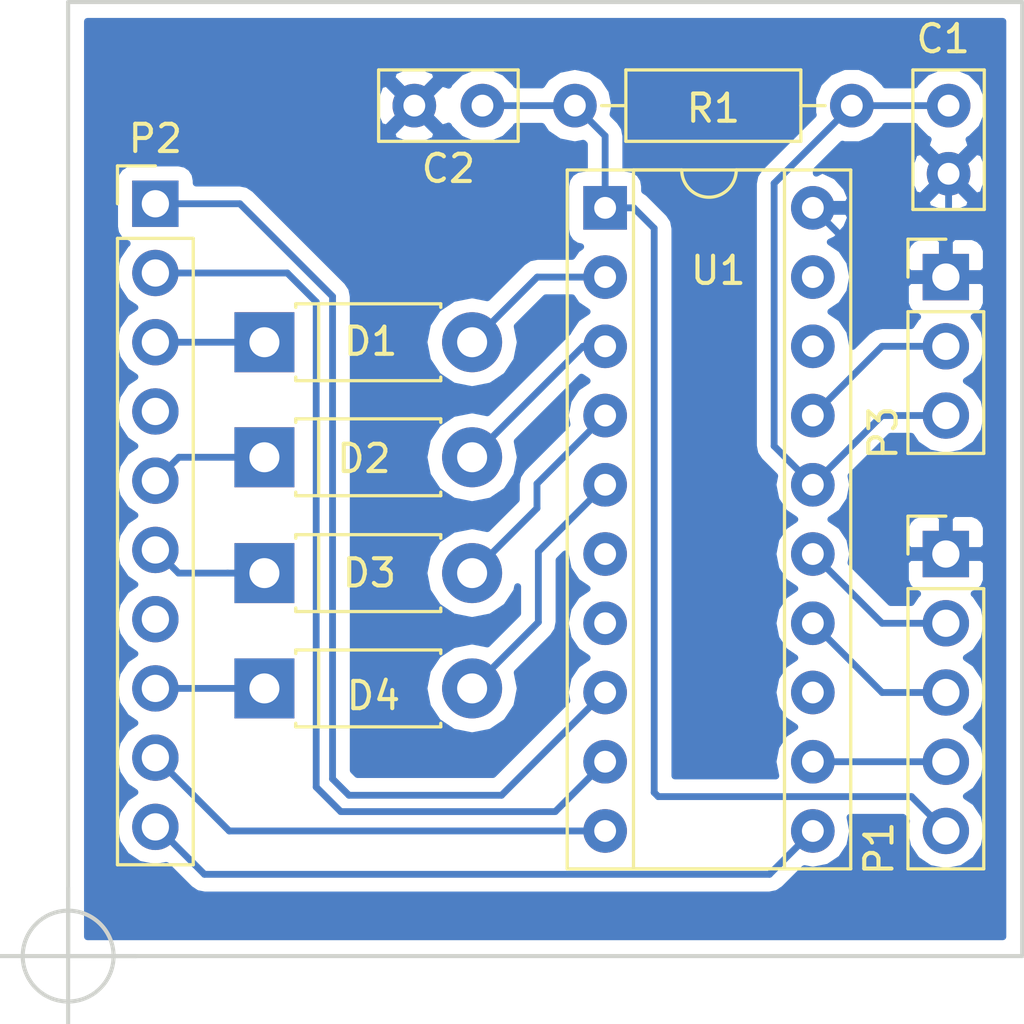
<source format=kicad_pcb>
(kicad_pcb (version 4) (host pcbnew 4.0.2-stable)

  (general
    (links 26)
    (no_connects 0)
    (area -2.5 -35.325001 35.325002 2.5)
    (thickness 1.6)
    (drawings 5)
    (tracks 72)
    (zones 0)
    (modules 11)
    (nets 27)
  )

  (page A4)
  (title_block
    (title "4x4 I2C Keyboard")
    (date 2017-03-09)
    (rev 1)
    (company "Io Engineering")
    (comment 4 "Licensed under CERN OHL v.1.2 or later")
  )

  (layers
    (0 F.Cu signal)
    (31 B.Cu signal)
    (32 B.Adhes user)
    (33 F.Adhes user)
    (34 B.Paste user)
    (35 F.Paste user)
    (36 B.SilkS user)
    (37 F.SilkS user)
    (38 B.Mask user)
    (39 F.Mask user)
    (40 Dwgs.User user)
    (41 Cmts.User user)
    (42 Eco1.User user)
    (43 Eco2.User user)
    (44 Edge.Cuts user)
    (45 Margin user)
    (46 B.CrtYd user)
    (47 F.CrtYd user)
    (48 B.Fab user)
    (49 F.Fab user)
  )

  (setup
    (last_trace_width 0.25)
    (trace_clearance 0.2)
    (zone_clearance 0.508)
    (zone_45_only no)
    (trace_min 0.2)
    (segment_width 0.2)
    (edge_width 0.15)
    (via_size 0.6)
    (via_drill 0.4)
    (via_min_size 0.4)
    (via_min_drill 0.3)
    (uvia_size 0.3)
    (uvia_drill 0.1)
    (uvias_allowed no)
    (uvia_min_size 0.2)
    (uvia_min_drill 0.1)
    (pcb_text_width 0.3)
    (pcb_text_size 1.5 1.5)
    (mod_edge_width 0.15)
    (mod_text_size 1 1)
    (mod_text_width 0.15)
    (pad_size 1.524 1.524)
    (pad_drill 0.762)
    (pad_to_mask_clearance 0.2)
    (aux_axis_origin 0 0)
    (visible_elements 7FFFFFFF)
    (pcbplotparams
      (layerselection 0x01000_00000000)
      (usegerberextensions false)
      (excludeedgelayer false)
      (linewidth 0.100000)
      (plotframeref false)
      (viasonmask false)
      (mode 2)
      (useauxorigin false)
      (hpglpennumber 1)
      (hpglpenspeed 20)
      (hpglpendiameter 15)
      (hpglpenoverlay 2)
      (psnegative false)
      (psa4output false)
      (plotreference true)
      (plotvalue true)
      (plotinvisibletext false)
      (padsonsilk false)
      (subtractmaskfromsilk false)
      (outputformat 0)
      (mirror false)
      (drillshape 0)
      (scaleselection 1)
      (outputdirectory d:/pcb))
  )

  (net 0 "")
  (net 1 "Net-(C1-Pad1)")
  (net 2 GND)
  (net 3 "Net-(D1-Pad1)")
  (net 4 /COL0)
  (net 5 "Net-(D2-Pad1)")
  (net 6 /COL1)
  (net 7 "Net-(D3-Pad1)")
  (net 8 /COL2)
  (net 9 "Net-(D4-Pad1)")
  (net 10 /COL3)
  (net 11 /SCL)
  (net 12 /SDA)
  (net 13 /~INT)
  (net 14 +3V3)
  (net 15 /ROW0)
  (net 16 /ROW1)
  (net 17 "Net-(P2-Pad4)")
  (net 18 "Net-(P2-Pad7)")
  (net 19 /ROW2)
  (net 20 /ROW3)
  (net 21 "Net-(U1-Pad13)")
  (net 22 "Net-(U1-Pad7)")
  (net 23 "Net-(U1-Pad18)")
  (net 24 "Net-(U1-Pad19)")
  (net 25 "Net-(P3-Pad2)")
  (net 26 "Net-(U1-Pad6)")

  (net_class Default "This is the default net class."
    (clearance 0.2)
    (trace_width 0.25)
    (via_dia 0.6)
    (via_drill 0.4)
    (uvia_dia 0.3)
    (uvia_drill 0.1)
    (add_net +3V3)
    (add_net /COL0)
    (add_net /COL1)
    (add_net /COL2)
    (add_net /COL3)
    (add_net /ROW0)
    (add_net /ROW1)
    (add_net /ROW2)
    (add_net /ROW3)
    (add_net /SCL)
    (add_net /SDA)
    (add_net /~INT)
    (add_net GND)
    (add_net "Net-(C1-Pad1)")
    (add_net "Net-(D1-Pad1)")
    (add_net "Net-(D2-Pad1)")
    (add_net "Net-(D3-Pad1)")
    (add_net "Net-(D4-Pad1)")
    (add_net "Net-(P2-Pad4)")
    (add_net "Net-(P2-Pad7)")
    (add_net "Net-(P3-Pad2)")
    (add_net "Net-(U1-Pad13)")
    (add_net "Net-(U1-Pad18)")
    (add_net "Net-(U1-Pad19)")
    (add_net "Net-(U1-Pad6)")
    (add_net "Net-(U1-Pad7)")
  )

  (module Resistors_THT:R_Axial_DIN0207_L6.3mm_D2.5mm_P10.16mm_Horizontal (layer F.Cu) (tedit 5874F706) (tstamp 58BFA0A7)
    (at 28.75 -31.2 180)
    (descr "Resistor, Axial_DIN0207 series, Axial, Horizontal, pin pitch=10.16mm, 0.25W = 1/4W, length*diameter=6.3*2.5mm^2, http://cdn-reichelt.de/documents/datenblatt/B400/1_4W%23YAG.pdf")
    (tags "Resistor Axial_DIN0207 series Axial Horizontal pin pitch 10.16mm 0.25W = 1/4W length 6.3mm diameter 2.5mm")
    (path /58BF3073)
    (fp_text reference R1 (at 5.08 -0.1 180) (layer F.SilkS)
      (effects (font (size 1 1) (thickness 0.15)))
    )
    (fp_text value 47K (at 5.08 2.31 180) (layer F.Fab)
      (effects (font (size 1 1) (thickness 0.15)))
    )
    (fp_line (start 1.93 -1.25) (end 1.93 1.25) (layer F.Fab) (width 0.1))
    (fp_line (start 1.93 1.25) (end 8.23 1.25) (layer F.Fab) (width 0.1))
    (fp_line (start 8.23 1.25) (end 8.23 -1.25) (layer F.Fab) (width 0.1))
    (fp_line (start 8.23 -1.25) (end 1.93 -1.25) (layer F.Fab) (width 0.1))
    (fp_line (start 0 0) (end 1.93 0) (layer F.Fab) (width 0.1))
    (fp_line (start 10.16 0) (end 8.23 0) (layer F.Fab) (width 0.1))
    (fp_line (start 1.87 -1.31) (end 1.87 1.31) (layer F.SilkS) (width 0.12))
    (fp_line (start 1.87 1.31) (end 8.29 1.31) (layer F.SilkS) (width 0.12))
    (fp_line (start 8.29 1.31) (end 8.29 -1.31) (layer F.SilkS) (width 0.12))
    (fp_line (start 8.29 -1.31) (end 1.87 -1.31) (layer F.SilkS) (width 0.12))
    (fp_line (start 0.98 0) (end 1.87 0) (layer F.SilkS) (width 0.12))
    (fp_line (start 9.18 0) (end 8.29 0) (layer F.SilkS) (width 0.12))
    (fp_line (start -1.05 -1.6) (end -1.05 1.6) (layer F.CrtYd) (width 0.05))
    (fp_line (start -1.05 1.6) (end 11.25 1.6) (layer F.CrtYd) (width 0.05))
    (fp_line (start 11.25 1.6) (end 11.25 -1.6) (layer F.CrtYd) (width 0.05))
    (fp_line (start 11.25 -1.6) (end -1.05 -1.6) (layer F.CrtYd) (width 0.05))
    (pad 1 thru_hole circle (at 0 0 180) (size 1.6 1.6) (drill 0.8) (layers *.Cu *.Mask)
      (net 1 "Net-(C1-Pad1)"))
    (pad 2 thru_hole oval (at 10.16 0 180) (size 1.6 1.6) (drill 0.8) (layers *.Cu *.Mask)
      (net 14 +3V3))
    (model Resistors_ThroughHole.3dshapes/R_Axial_DIN0207_L6.3mm_D2.5mm_P10.16mm_Horizontal.wrl
      (at (xyz 0 0 0))
      (scale (xyz 0.393701 0.393701 0.393701))
      (rotate (xyz 0 0 0))
    )
  )

  (module Capacitors_THT:C_Disc_D5.0mm_W2.5mm_P2.50mm (layer F.Cu) (tedit 58765D06) (tstamp 58BFA05B)
    (at 32.3 -31.2 270)
    (descr "C, Disc series, Radial, pin pitch=2.50mm, , diameter*width=5*2.5mm^2, Capacitor, http://cdn-reichelt.de/documents/datenblatt/B300/DS_KERKO_TC.pdf")
    (tags "C Disc series Radial pin pitch 2.50mm  diameter 5mm width 2.5mm Capacitor")
    (path /58BF3028)
    (fp_text reference C1 (at -2.45 0.2 360) (layer F.SilkS)
      (effects (font (size 1 1) (thickness 0.15)))
    )
    (fp_text value 1nF (at 2.05 2.35 450) (layer F.Fab)
      (effects (font (size 1 1) (thickness 0.15)))
    )
    (fp_line (start -1.25 -1.25) (end -1.25 1.25) (layer F.Fab) (width 0.1))
    (fp_line (start -1.25 1.25) (end 3.75 1.25) (layer F.Fab) (width 0.1))
    (fp_line (start 3.75 1.25) (end 3.75 -1.25) (layer F.Fab) (width 0.1))
    (fp_line (start 3.75 -1.25) (end -1.25 -1.25) (layer F.Fab) (width 0.1))
    (fp_line (start -1.31 -1.31) (end 3.81 -1.31) (layer F.SilkS) (width 0.12))
    (fp_line (start -1.31 1.31) (end 3.81 1.31) (layer F.SilkS) (width 0.12))
    (fp_line (start -1.31 -1.31) (end -1.31 1.31) (layer F.SilkS) (width 0.12))
    (fp_line (start 3.81 -1.31) (end 3.81 1.31) (layer F.SilkS) (width 0.12))
    (fp_line (start -1.6 -1.6) (end -1.6 1.6) (layer F.CrtYd) (width 0.05))
    (fp_line (start -1.6 1.6) (end 4.1 1.6) (layer F.CrtYd) (width 0.05))
    (fp_line (start 4.1 1.6) (end 4.1 -1.6) (layer F.CrtYd) (width 0.05))
    (fp_line (start 4.1 -1.6) (end -1.6 -1.6) (layer F.CrtYd) (width 0.05))
    (pad 1 thru_hole circle (at 0 0 270) (size 1.6 1.6) (drill 0.8) (layers *.Cu *.Mask)
      (net 1 "Net-(C1-Pad1)"))
    (pad 2 thru_hole circle (at 2.5 0 270) (size 1.6 1.6) (drill 0.8) (layers *.Cu *.Mask)
      (net 2 GND))
    (model Capacitors_ThroughHole.3dshapes/C_Disc_D5.0mm_W2.5mm_P2.50mm.wrl
      (at (xyz 0 0 0))
      (scale (xyz 0.393701 0.393701 0.393701))
      (rotate (xyz 0 0 0))
    )
  )

  (module Diodes_THT:D_DO-41_SOD81_P7.62mm_Horizontal (layer F.Cu) (tedit 5877C982) (tstamp 58BFA061)
    (at 7.2 -22.52)
    (descr "D, DO-41_SOD81 series, Axial, Horizontal, pin pitch=7.62mm, , length*diameter=5.2*2.7mm^2, , http://www.diodes.com/_files/packages/DO-41%20(Plastic).pdf")
    (tags "D DO-41_SOD81 series Axial Horizontal pin pitch 7.62mm  length 5.2mm diameter 2.7mm")
    (path /58BF2EB1)
    (fp_text reference D1 (at 3.9 -0.03) (layer F.SilkS)
      (effects (font (size 1 1) (thickness 0.15)))
    )
    (fp_text value 1N4148 (at 3.75 2.22) (layer F.Fab)
      (effects (font (size 1 1) (thickness 0.15)))
    )
    (fp_line (start 1.21 -1.35) (end 1.21 1.35) (layer F.Fab) (width 0.1))
    (fp_line (start 1.21 1.35) (end 6.41 1.35) (layer F.Fab) (width 0.1))
    (fp_line (start 6.41 1.35) (end 6.41 -1.35) (layer F.Fab) (width 0.1))
    (fp_line (start 6.41 -1.35) (end 1.21 -1.35) (layer F.Fab) (width 0.1))
    (fp_line (start 0 0) (end 1.21 0) (layer F.Fab) (width 0.1))
    (fp_line (start 7.62 0) (end 6.41 0) (layer F.Fab) (width 0.1))
    (fp_line (start 1.99 -1.35) (end 1.99 1.35) (layer F.Fab) (width 0.1))
    (fp_line (start 1.15 -1.28) (end 1.15 -1.41) (layer F.SilkS) (width 0.12))
    (fp_line (start 1.15 -1.41) (end 6.47 -1.41) (layer F.SilkS) (width 0.12))
    (fp_line (start 6.47 -1.41) (end 6.47 -1.28) (layer F.SilkS) (width 0.12))
    (fp_line (start 1.15 1.28) (end 1.15 1.41) (layer F.SilkS) (width 0.12))
    (fp_line (start 1.15 1.41) (end 6.47 1.41) (layer F.SilkS) (width 0.12))
    (fp_line (start 6.47 1.41) (end 6.47 1.28) (layer F.SilkS) (width 0.12))
    (fp_line (start 1.99 -1.41) (end 1.99 1.41) (layer F.SilkS) (width 0.12))
    (fp_line (start -1.35 -1.7) (end -1.35 1.7) (layer F.CrtYd) (width 0.05))
    (fp_line (start -1.35 1.7) (end 9 1.7) (layer F.CrtYd) (width 0.05))
    (fp_line (start 9 1.7) (end 9 -1.7) (layer F.CrtYd) (width 0.05))
    (fp_line (start 9 -1.7) (end -1.35 -1.7) (layer F.CrtYd) (width 0.05))
    (pad 1 thru_hole rect (at 0 0) (size 2.2 2.2) (drill 1.1) (layers *.Cu *.Mask)
      (net 3 "Net-(D1-Pad1)"))
    (pad 2 thru_hole oval (at 7.62 0) (size 2.2 2.2) (drill 1.1) (layers *.Cu *.Mask)
      (net 15 /ROW0))
    (model Diodes_ThroughHole.3dshapes/D_DO-41_SOD81_P7.62mm_Horizontal.wrl
      (at (xyz 0 0 0))
      (scale (xyz 0.393701 0.393701 0.393701))
      (rotate (xyz 0 0 0))
    )
  )

  (module Diodes_THT:D_DO-41_SOD81_P7.62mm_Horizontal (layer F.Cu) (tedit 5877C982) (tstamp 58BFA067)
    (at 7.2 -18.3)
    (descr "D, DO-41_SOD81 series, Axial, Horizontal, pin pitch=7.62mm, , length*diameter=5.2*2.7mm^2, , http://www.diodes.com/_files/packages/DO-41%20(Plastic).pdf")
    (tags "D DO-41_SOD81 series Axial Horizontal pin pitch 7.62mm  length 5.2mm diameter 2.7mm")
    (path /58BF2F5B)
    (fp_text reference D2 (at 3.65 0.05) (layer F.SilkS)
      (effects (font (size 1 1) (thickness 0.15)))
    )
    (fp_text value 1N4148 (at 3.8 2.25) (layer F.Fab)
      (effects (font (size 1 1) (thickness 0.15)))
    )
    (fp_line (start 1.21 -1.35) (end 1.21 1.35) (layer F.Fab) (width 0.1))
    (fp_line (start 1.21 1.35) (end 6.41 1.35) (layer F.Fab) (width 0.1))
    (fp_line (start 6.41 1.35) (end 6.41 -1.35) (layer F.Fab) (width 0.1))
    (fp_line (start 6.41 -1.35) (end 1.21 -1.35) (layer F.Fab) (width 0.1))
    (fp_line (start 0 0) (end 1.21 0) (layer F.Fab) (width 0.1))
    (fp_line (start 7.62 0) (end 6.41 0) (layer F.Fab) (width 0.1))
    (fp_line (start 1.99 -1.35) (end 1.99 1.35) (layer F.Fab) (width 0.1))
    (fp_line (start 1.15 -1.28) (end 1.15 -1.41) (layer F.SilkS) (width 0.12))
    (fp_line (start 1.15 -1.41) (end 6.47 -1.41) (layer F.SilkS) (width 0.12))
    (fp_line (start 6.47 -1.41) (end 6.47 -1.28) (layer F.SilkS) (width 0.12))
    (fp_line (start 1.15 1.28) (end 1.15 1.41) (layer F.SilkS) (width 0.12))
    (fp_line (start 1.15 1.41) (end 6.47 1.41) (layer F.SilkS) (width 0.12))
    (fp_line (start 6.47 1.41) (end 6.47 1.28) (layer F.SilkS) (width 0.12))
    (fp_line (start 1.99 -1.41) (end 1.99 1.41) (layer F.SilkS) (width 0.12))
    (fp_line (start -1.35 -1.7) (end -1.35 1.7) (layer F.CrtYd) (width 0.05))
    (fp_line (start -1.35 1.7) (end 9 1.7) (layer F.CrtYd) (width 0.05))
    (fp_line (start 9 1.7) (end 9 -1.7) (layer F.CrtYd) (width 0.05))
    (fp_line (start 9 -1.7) (end -1.35 -1.7) (layer F.CrtYd) (width 0.05))
    (pad 1 thru_hole rect (at 0 0) (size 2.2 2.2) (drill 1.1) (layers *.Cu *.Mask)
      (net 5 "Net-(D2-Pad1)"))
    (pad 2 thru_hole oval (at 7.62 0) (size 2.2 2.2) (drill 1.1) (layers *.Cu *.Mask)
      (net 16 /ROW1))
    (model Diodes_ThroughHole.3dshapes/D_DO-41_SOD81_P7.62mm_Horizontal.wrl
      (at (xyz 0 0 0))
      (scale (xyz 0.393701 0.393701 0.393701))
      (rotate (xyz 0 0 0))
    )
  )

  (module Diodes_THT:D_DO-41_SOD81_P7.62mm_Horizontal (layer F.Cu) (tedit 5877C982) (tstamp 58BFA06D)
    (at 7.2 -14.05)
    (descr "D, DO-41_SOD81 series, Axial, Horizontal, pin pitch=7.62mm, , length*diameter=5.2*2.7mm^2, , http://www.diodes.com/_files/packages/DO-41%20(Plastic).pdf")
    (tags "D DO-41_SOD81 series Axial Horizontal pin pitch 7.62mm  length 5.2mm diameter 2.7mm")
    (path /58BF2FCA)
    (fp_text reference D3 (at 3.85 0) (layer F.SilkS)
      (effects (font (size 1 1) (thickness 0.15)))
    )
    (fp_text value 1N4148 (at 3.81 2.2) (layer F.Fab)
      (effects (font (size 1 1) (thickness 0.15)))
    )
    (fp_line (start 1.21 -1.35) (end 1.21 1.35) (layer F.Fab) (width 0.1))
    (fp_line (start 1.21 1.35) (end 6.41 1.35) (layer F.Fab) (width 0.1))
    (fp_line (start 6.41 1.35) (end 6.41 -1.35) (layer F.Fab) (width 0.1))
    (fp_line (start 6.41 -1.35) (end 1.21 -1.35) (layer F.Fab) (width 0.1))
    (fp_line (start 0 0) (end 1.21 0) (layer F.Fab) (width 0.1))
    (fp_line (start 7.62 0) (end 6.41 0) (layer F.Fab) (width 0.1))
    (fp_line (start 1.99 -1.35) (end 1.99 1.35) (layer F.Fab) (width 0.1))
    (fp_line (start 1.15 -1.28) (end 1.15 -1.41) (layer F.SilkS) (width 0.12))
    (fp_line (start 1.15 -1.41) (end 6.47 -1.41) (layer F.SilkS) (width 0.12))
    (fp_line (start 6.47 -1.41) (end 6.47 -1.28) (layer F.SilkS) (width 0.12))
    (fp_line (start 1.15 1.28) (end 1.15 1.41) (layer F.SilkS) (width 0.12))
    (fp_line (start 1.15 1.41) (end 6.47 1.41) (layer F.SilkS) (width 0.12))
    (fp_line (start 6.47 1.41) (end 6.47 1.28) (layer F.SilkS) (width 0.12))
    (fp_line (start 1.99 -1.41) (end 1.99 1.41) (layer F.SilkS) (width 0.12))
    (fp_line (start -1.35 -1.7) (end -1.35 1.7) (layer F.CrtYd) (width 0.05))
    (fp_line (start -1.35 1.7) (end 9 1.7) (layer F.CrtYd) (width 0.05))
    (fp_line (start 9 1.7) (end 9 -1.7) (layer F.CrtYd) (width 0.05))
    (fp_line (start 9 -1.7) (end -1.35 -1.7) (layer F.CrtYd) (width 0.05))
    (pad 1 thru_hole rect (at 0 0) (size 2.2 2.2) (drill 1.1) (layers *.Cu *.Mask)
      (net 7 "Net-(D3-Pad1)"))
    (pad 2 thru_hole oval (at 7.62 0) (size 2.2 2.2) (drill 1.1) (layers *.Cu *.Mask)
      (net 19 /ROW2))
    (model Diodes_ThroughHole.3dshapes/D_DO-41_SOD81_P7.62mm_Horizontal.wrl
      (at (xyz 0 0 0))
      (scale (xyz 0.393701 0.393701 0.393701))
      (rotate (xyz 0 0 0))
    )
  )

  (module Diodes_THT:D_DO-41_SOD81_P7.62mm_Horizontal (layer F.Cu) (tedit 5877C982) (tstamp 58BFA073)
    (at 7.2 -9.82)
    (descr "D, DO-41_SOD81 series, Axial, Horizontal, pin pitch=7.62mm, , length*diameter=5.2*2.7mm^2, , http://www.diodes.com/_files/packages/DO-41%20(Plastic).pdf")
    (tags "D DO-41_SOD81 series Axial Horizontal pin pitch 7.62mm  length 5.2mm diameter 2.7mm")
    (path /58BF2F83)
    (fp_text reference D4 (at 4 0.27) (layer F.SilkS)
      (effects (font (size 1 1) (thickness 0.15)))
    )
    (fp_text value 1N4148 (at 3.8 2.22) (layer F.Fab)
      (effects (font (size 1 1) (thickness 0.15)))
    )
    (fp_line (start 1.21 -1.35) (end 1.21 1.35) (layer F.Fab) (width 0.1))
    (fp_line (start 1.21 1.35) (end 6.41 1.35) (layer F.Fab) (width 0.1))
    (fp_line (start 6.41 1.35) (end 6.41 -1.35) (layer F.Fab) (width 0.1))
    (fp_line (start 6.41 -1.35) (end 1.21 -1.35) (layer F.Fab) (width 0.1))
    (fp_line (start 0 0) (end 1.21 0) (layer F.Fab) (width 0.1))
    (fp_line (start 7.62 0) (end 6.41 0) (layer F.Fab) (width 0.1))
    (fp_line (start 1.99 -1.35) (end 1.99 1.35) (layer F.Fab) (width 0.1))
    (fp_line (start 1.15 -1.28) (end 1.15 -1.41) (layer F.SilkS) (width 0.12))
    (fp_line (start 1.15 -1.41) (end 6.47 -1.41) (layer F.SilkS) (width 0.12))
    (fp_line (start 6.47 -1.41) (end 6.47 -1.28) (layer F.SilkS) (width 0.12))
    (fp_line (start 1.15 1.28) (end 1.15 1.41) (layer F.SilkS) (width 0.12))
    (fp_line (start 1.15 1.41) (end 6.47 1.41) (layer F.SilkS) (width 0.12))
    (fp_line (start 6.47 1.41) (end 6.47 1.28) (layer F.SilkS) (width 0.12))
    (fp_line (start 1.99 -1.41) (end 1.99 1.41) (layer F.SilkS) (width 0.12))
    (fp_line (start -1.35 -1.7) (end -1.35 1.7) (layer F.CrtYd) (width 0.05))
    (fp_line (start -1.35 1.7) (end 9 1.7) (layer F.CrtYd) (width 0.05))
    (fp_line (start 9 1.7) (end 9 -1.7) (layer F.CrtYd) (width 0.05))
    (fp_line (start 9 -1.7) (end -1.35 -1.7) (layer F.CrtYd) (width 0.05))
    (pad 1 thru_hole rect (at 0 0) (size 2.2 2.2) (drill 1.1) (layers *.Cu *.Mask)
      (net 9 "Net-(D4-Pad1)"))
    (pad 2 thru_hole oval (at 7.62 0) (size 2.2 2.2) (drill 1.1) (layers *.Cu *.Mask)
      (net 20 /ROW3))
    (model Diodes_ThroughHole.3dshapes/D_DO-41_SOD81_P7.62mm_Horizontal.wrl
      (at (xyz 0 0 0))
      (scale (xyz 0.393701 0.393701 0.393701))
      (rotate (xyz 0 0 0))
    )
  )

  (module Pin_Headers:Pin_Header_Straight_1x10_Pitch2.54mm (layer F.Cu) (tedit 5862ED52) (tstamp 58BFA08A)
    (at 3.2 -27.6)
    (descr "Through hole straight pin header, 1x10, 2.54mm pitch, single row")
    (tags "Through hole pin header THT 1x10 2.54mm single row")
    (path /58BF2DBC)
    (fp_text reference P2 (at 0 -2.39) (layer F.SilkS)
      (effects (font (size 1 1) (thickness 0.15)))
    )
    (fp_text value KEYBOARD (at -2.1 11.55 90) (layer F.Fab)
      (effects (font (size 1 1) (thickness 0.15)))
    )
    (fp_line (start -1.27 -1.27) (end -1.27 24.13) (layer F.Fab) (width 0.1))
    (fp_line (start -1.27 24.13) (end 1.27 24.13) (layer F.Fab) (width 0.1))
    (fp_line (start 1.27 24.13) (end 1.27 -1.27) (layer F.Fab) (width 0.1))
    (fp_line (start 1.27 -1.27) (end -1.27 -1.27) (layer F.Fab) (width 0.1))
    (fp_line (start -1.39 1.27) (end -1.39 24.25) (layer F.SilkS) (width 0.12))
    (fp_line (start -1.39 24.25) (end 1.39 24.25) (layer F.SilkS) (width 0.12))
    (fp_line (start 1.39 24.25) (end 1.39 1.27) (layer F.SilkS) (width 0.12))
    (fp_line (start 1.39 1.27) (end -1.39 1.27) (layer F.SilkS) (width 0.12))
    (fp_line (start -1.39 0) (end -1.39 -1.39) (layer F.SilkS) (width 0.12))
    (fp_line (start -1.39 -1.39) (end 0 -1.39) (layer F.SilkS) (width 0.12))
    (fp_line (start -1.6 -1.6) (end -1.6 24.4) (layer F.CrtYd) (width 0.05))
    (fp_line (start -1.6 24.4) (end 1.6 24.4) (layer F.CrtYd) (width 0.05))
    (fp_line (start 1.6 24.4) (end 1.6 -1.6) (layer F.CrtYd) (width 0.05))
    (fp_line (start 1.6 -1.6) (end -1.6 -1.6) (layer F.CrtYd) (width 0.05))
    (pad 1 thru_hole rect (at 0 0) (size 1.7 1.7) (drill 1) (layers *.Cu *.Mask)
      (net 4 /COL0))
    (pad 2 thru_hole oval (at 0 2.54) (size 1.7 1.7) (drill 1) (layers *.Cu *.Mask)
      (net 6 /COL1))
    (pad 3 thru_hole oval (at 0 5.08) (size 1.7 1.7) (drill 1) (layers *.Cu *.Mask)
      (net 3 "Net-(D1-Pad1)"))
    (pad 4 thru_hole oval (at 0 7.62) (size 1.7 1.7) (drill 1) (layers *.Cu *.Mask)
      (net 17 "Net-(P2-Pad4)"))
    (pad 5 thru_hole oval (at 0 10.16) (size 1.7 1.7) (drill 1) (layers *.Cu *.Mask)
      (net 5 "Net-(D2-Pad1)"))
    (pad 6 thru_hole oval (at 0 12.7) (size 1.7 1.7) (drill 1) (layers *.Cu *.Mask)
      (net 7 "Net-(D3-Pad1)"))
    (pad 7 thru_hole oval (at 0 15.24) (size 1.7 1.7) (drill 1) (layers *.Cu *.Mask)
      (net 18 "Net-(P2-Pad7)"))
    (pad 8 thru_hole oval (at 0 17.78) (size 1.7 1.7) (drill 1) (layers *.Cu *.Mask)
      (net 9 "Net-(D4-Pad1)"))
    (pad 9 thru_hole oval (at 0 20.32) (size 1.7 1.7) (drill 1) (layers *.Cu *.Mask)
      (net 8 /COL2))
    (pad 10 thru_hole oval (at 0 22.86) (size 1.7 1.7) (drill 1) (layers *.Cu *.Mask)
      (net 10 /COL3))
    (model Pin_Headers.3dshapes/Pin_Header_Straight_1x10_Pitch2.54mm.wrl
      (at (xyz 0 -0.45 0))
      (scale (xyz 1 1 1))
      (rotate (xyz 0 0 90))
    )
  )

  (module Pin_Headers:Pin_Header_Straight_1x03_Pitch2.54mm (layer F.Cu) (tedit 5862ED52) (tstamp 58BFA091)
    (at 32.2 -24.91)
    (descr "Through hole straight pin header, 1x03, 2.54mm pitch, single row")
    (tags "Through hole pin header THT 1x03 2.54mm single row")
    (path /58BF3143)
    (fp_text reference P3 (at -2.3 5.71 90) (layer F.SilkS)
      (effects (font (size 1 1) (thickness 0.15)))
    )
    (fp_text value SBW (at 0.1 7.41) (layer F.Fab)
      (effects (font (size 1 1) (thickness 0.15)))
    )
    (fp_line (start -1.27 -1.27) (end -1.27 6.35) (layer F.Fab) (width 0.1))
    (fp_line (start -1.27 6.35) (end 1.27 6.35) (layer F.Fab) (width 0.1))
    (fp_line (start 1.27 6.35) (end 1.27 -1.27) (layer F.Fab) (width 0.1))
    (fp_line (start 1.27 -1.27) (end -1.27 -1.27) (layer F.Fab) (width 0.1))
    (fp_line (start -1.39 1.27) (end -1.39 6.47) (layer F.SilkS) (width 0.12))
    (fp_line (start -1.39 6.47) (end 1.39 6.47) (layer F.SilkS) (width 0.12))
    (fp_line (start 1.39 6.47) (end 1.39 1.27) (layer F.SilkS) (width 0.12))
    (fp_line (start 1.39 1.27) (end -1.39 1.27) (layer F.SilkS) (width 0.12))
    (fp_line (start -1.39 0) (end -1.39 -1.39) (layer F.SilkS) (width 0.12))
    (fp_line (start -1.39 -1.39) (end 0 -1.39) (layer F.SilkS) (width 0.12))
    (fp_line (start -1.6 -1.6) (end -1.6 6.6) (layer F.CrtYd) (width 0.05))
    (fp_line (start -1.6 6.6) (end 1.6 6.6) (layer F.CrtYd) (width 0.05))
    (fp_line (start 1.6 6.6) (end 1.6 -1.6) (layer F.CrtYd) (width 0.05))
    (fp_line (start 1.6 -1.6) (end -1.6 -1.6) (layer F.CrtYd) (width 0.05))
    (pad 1 thru_hole rect (at 0 0) (size 1.7 1.7) (drill 1) (layers *.Cu *.Mask)
      (net 2 GND))
    (pad 2 thru_hole oval (at 0 2.54) (size 1.7 1.7) (drill 1) (layers *.Cu *.Mask)
      (net 25 "Net-(P3-Pad2)"))
    (pad 3 thru_hole oval (at 0 5.08) (size 1.7 1.7) (drill 1) (layers *.Cu *.Mask)
      (net 1 "Net-(C1-Pad1)"))
    (model Pin_Headers.3dshapes/Pin_Header_Straight_1x03_Pitch2.54mm.wrl
      (at (xyz 0 -0.1 0))
      (scale (xyz 1 1 1))
      (rotate (xyz 0 0 90))
    )
  )

  (module Housings_DIP:DIP-20_W7.62mm_Socket (layer F.Cu) (tedit 586281B5) (tstamp 58BFA0D6)
    (at 19.7 -27.45)
    (descr "20-lead dip package, row spacing 7.62 mm (300 mils), Socket")
    (tags "DIL DIP PDIP 2.54mm 7.62mm 300mil Socket")
    (path /58BF2D71)
    (fp_text reference U1 (at 4.15 2.3) (layer F.SilkS)
      (effects (font (size 1 1) (thickness 0.15)))
    )
    (fp_text value MSP430G2553-20 (at 4.2 11.95 270) (layer F.Fab)
      (effects (font (size 1 1) (thickness 0.15)))
    )
    (fp_arc (start 3.81 -1.39) (end 2.81 -1.39) (angle -180) (layer F.SilkS) (width 0.12))
    (fp_line (start 1.635 -1.27) (end 6.985 -1.27) (layer F.Fab) (width 0.1))
    (fp_line (start 6.985 -1.27) (end 6.985 24.13) (layer F.Fab) (width 0.1))
    (fp_line (start 6.985 24.13) (end 0.635 24.13) (layer F.Fab) (width 0.1))
    (fp_line (start 0.635 24.13) (end 0.635 -0.27) (layer F.Fab) (width 0.1))
    (fp_line (start 0.635 -0.27) (end 1.635 -1.27) (layer F.Fab) (width 0.1))
    (fp_line (start -1.27 -1.27) (end -1.27 24.13) (layer F.Fab) (width 0.1))
    (fp_line (start -1.27 24.13) (end 8.89 24.13) (layer F.Fab) (width 0.1))
    (fp_line (start 8.89 24.13) (end 8.89 -1.27) (layer F.Fab) (width 0.1))
    (fp_line (start 8.89 -1.27) (end -1.27 -1.27) (layer F.Fab) (width 0.1))
    (fp_line (start 2.81 -1.39) (end 1.04 -1.39) (layer F.SilkS) (width 0.12))
    (fp_line (start 1.04 -1.39) (end 1.04 24.25) (layer F.SilkS) (width 0.12))
    (fp_line (start 1.04 24.25) (end 6.58 24.25) (layer F.SilkS) (width 0.12))
    (fp_line (start 6.58 24.25) (end 6.58 -1.39) (layer F.SilkS) (width 0.12))
    (fp_line (start 6.58 -1.39) (end 4.81 -1.39) (layer F.SilkS) (width 0.12))
    (fp_line (start -1.39 -1.39) (end -1.39 24.25) (layer F.SilkS) (width 0.12))
    (fp_line (start -1.39 24.25) (end 9.01 24.25) (layer F.SilkS) (width 0.12))
    (fp_line (start 9.01 24.25) (end 9.01 -1.39) (layer F.SilkS) (width 0.12))
    (fp_line (start 9.01 -1.39) (end -1.39 -1.39) (layer F.SilkS) (width 0.12))
    (fp_line (start -1.7 -1.7) (end -1.7 24.5) (layer F.CrtYd) (width 0.05))
    (fp_line (start -1.7 24.5) (end 9.3 24.5) (layer F.CrtYd) (width 0.05))
    (fp_line (start 9.3 24.5) (end 9.3 -1.7) (layer F.CrtYd) (width 0.05))
    (fp_line (start 9.3 -1.7) (end -1.7 -1.7) (layer F.CrtYd) (width 0.05))
    (pad 1 thru_hole rect (at 0 0) (size 1.6 1.6) (drill 0.8) (layers *.Cu *.Mask)
      (net 14 +3V3))
    (pad 11 thru_hole oval (at 7.62 22.86) (size 1.6 1.6) (drill 0.8) (layers *.Cu *.Mask)
      (net 10 /COL3))
    (pad 2 thru_hole oval (at 0 2.54) (size 1.6 1.6) (drill 0.8) (layers *.Cu *.Mask)
      (net 15 /ROW0))
    (pad 12 thru_hole oval (at 7.62 20.32) (size 1.6 1.6) (drill 0.8) (layers *.Cu *.Mask)
      (net 13 /~INT))
    (pad 3 thru_hole oval (at 0 5.08) (size 1.6 1.6) (drill 0.8) (layers *.Cu *.Mask)
      (net 16 /ROW1))
    (pad 13 thru_hole oval (at 7.62 17.78) (size 1.6 1.6) (drill 0.8) (layers *.Cu *.Mask)
      (net 21 "Net-(U1-Pad13)"))
    (pad 4 thru_hole oval (at 0 7.62) (size 1.6 1.6) (drill 0.8) (layers *.Cu *.Mask)
      (net 19 /ROW2))
    (pad 14 thru_hole oval (at 7.62 15.24) (size 1.6 1.6) (drill 0.8) (layers *.Cu *.Mask)
      (net 12 /SDA))
    (pad 5 thru_hole oval (at 0 10.16) (size 1.6 1.6) (drill 0.8) (layers *.Cu *.Mask)
      (net 20 /ROW3))
    (pad 15 thru_hole oval (at 7.62 12.7) (size 1.6 1.6) (drill 0.8) (layers *.Cu *.Mask)
      (net 11 /SCL))
    (pad 6 thru_hole oval (at 0 12.7) (size 1.6 1.6) (drill 0.8) (layers *.Cu *.Mask)
      (net 26 "Net-(U1-Pad6)"))
    (pad 16 thru_hole oval (at 7.62 10.16) (size 1.6 1.6) (drill 0.8) (layers *.Cu *.Mask)
      (net 1 "Net-(C1-Pad1)"))
    (pad 7 thru_hole oval (at 0 15.24) (size 1.6 1.6) (drill 0.8) (layers *.Cu *.Mask)
      (net 22 "Net-(U1-Pad7)"))
    (pad 17 thru_hole oval (at 7.62 7.62) (size 1.6 1.6) (drill 0.8) (layers *.Cu *.Mask)
      (net 25 "Net-(P3-Pad2)"))
    (pad 8 thru_hole oval (at 0 17.78) (size 1.6 1.6) (drill 0.8) (layers *.Cu *.Mask)
      (net 4 /COL0))
    (pad 18 thru_hole oval (at 7.62 5.08) (size 1.6 1.6) (drill 0.8) (layers *.Cu *.Mask)
      (net 23 "Net-(U1-Pad18)"))
    (pad 9 thru_hole oval (at 0 20.32) (size 1.6 1.6) (drill 0.8) (layers *.Cu *.Mask)
      (net 6 /COL1))
    (pad 19 thru_hole oval (at 7.62 2.54) (size 1.6 1.6) (drill 0.8) (layers *.Cu *.Mask)
      (net 24 "Net-(U1-Pad19)"))
    (pad 10 thru_hole oval (at 0 22.86) (size 1.6 1.6) (drill 0.8) (layers *.Cu *.Mask)
      (net 8 /COL2))
    (pad 20 thru_hole oval (at 7.62 0) (size 1.6 1.6) (drill 0.8) (layers *.Cu *.Mask)
      (net 2 GND))
    (model Housings_DIP.3dshapes/DIP-20_W7.62mm_Socket.wrl
      (at (xyz 0 0 0))
      (scale (xyz 1 1 1))
      (rotate (xyz 0 0 0))
    )
  )

  (module Pin_Headers:Pin_Header_Straight_1x05_Pitch2.54mm (layer F.Cu) (tedit 5862ED52) (tstamp 58BFADE1)
    (at 32.2 -14.75)
    (descr "Through hole straight pin header, 1x05, 2.54mm pitch, single row")
    (tags "Through hole pin header THT 1x05 2.54mm single row")
    (path /58BF30BE)
    (fp_text reference P1 (at -2.45 10.8 90) (layer F.SilkS)
      (effects (font (size 1 1) (thickness 0.15)))
    )
    (fp_text value I2C (at 0 12.55) (layer F.Fab)
      (effects (font (size 1 1) (thickness 0.15)))
    )
    (fp_line (start -1.27 -1.27) (end -1.27 11.43) (layer F.Fab) (width 0.1))
    (fp_line (start -1.27 11.43) (end 1.27 11.43) (layer F.Fab) (width 0.1))
    (fp_line (start 1.27 11.43) (end 1.27 -1.27) (layer F.Fab) (width 0.1))
    (fp_line (start 1.27 -1.27) (end -1.27 -1.27) (layer F.Fab) (width 0.1))
    (fp_line (start -1.39 1.27) (end -1.39 11.55) (layer F.SilkS) (width 0.12))
    (fp_line (start -1.39 11.55) (end 1.39 11.55) (layer F.SilkS) (width 0.12))
    (fp_line (start 1.39 11.55) (end 1.39 1.27) (layer F.SilkS) (width 0.12))
    (fp_line (start 1.39 1.27) (end -1.39 1.27) (layer F.SilkS) (width 0.12))
    (fp_line (start -1.39 0) (end -1.39 -1.39) (layer F.SilkS) (width 0.12))
    (fp_line (start -1.39 -1.39) (end 0 -1.39) (layer F.SilkS) (width 0.12))
    (fp_line (start -1.6 -1.6) (end -1.6 11.7) (layer F.CrtYd) (width 0.05))
    (fp_line (start -1.6 11.7) (end 1.6 11.7) (layer F.CrtYd) (width 0.05))
    (fp_line (start 1.6 11.7) (end 1.6 -1.6) (layer F.CrtYd) (width 0.05))
    (fp_line (start 1.6 -1.6) (end -1.6 -1.6) (layer F.CrtYd) (width 0.05))
    (pad 1 thru_hole rect (at 0 0) (size 1.7 1.7) (drill 1) (layers *.Cu *.Mask)
      (net 2 GND))
    (pad 2 thru_hole oval (at 0 2.54) (size 1.7 1.7) (drill 1) (layers *.Cu *.Mask)
      (net 11 /SCL))
    (pad 3 thru_hole oval (at 0 5.08) (size 1.7 1.7) (drill 1) (layers *.Cu *.Mask)
      (net 12 /SDA))
    (pad 4 thru_hole oval (at 0 7.62) (size 1.7 1.7) (drill 1) (layers *.Cu *.Mask)
      (net 13 /~INT))
    (pad 5 thru_hole oval (at 0 10.16) (size 1.7 1.7) (drill 1) (layers *.Cu *.Mask)
      (net 14 +3V3))
    (model Pin_Headers.3dshapes/Pin_Header_Straight_1x05_Pitch2.54mm.wrl
      (at (xyz 0 -0.2 0))
      (scale (xyz 1 1 1))
      (rotate (xyz 0 0 90))
    )
  )

  (module Capacitors_THT:C_Disc_D5.0mm_W2.5mm_P2.50mm (layer F.Cu) (tedit 58765D06) (tstamp 58C1B82B)
    (at 15.2 -31.2 180)
    (descr "C, Disc series, Radial, pin pitch=2.50mm, , diameter*width=5*2.5mm^2, Capacitor, http://cdn-reichelt.de/documents/datenblatt/B300/DS_KERKO_TC.pdf")
    (tags "C Disc series Radial pin pitch 2.50mm  diameter 5mm width 2.5mm Capacitor")
    (path /58BFA5F3)
    (fp_text reference C2 (at 1.25 -2.31 180) (layer F.SilkS)
      (effects (font (size 1 1) (thickness 0.15)))
    )
    (fp_text value 100nF (at 1.25 2.31 180) (layer F.Fab)
      (effects (font (size 1 1) (thickness 0.15)))
    )
    (fp_line (start -1.25 -1.25) (end -1.25 1.25) (layer F.Fab) (width 0.1))
    (fp_line (start -1.25 1.25) (end 3.75 1.25) (layer F.Fab) (width 0.1))
    (fp_line (start 3.75 1.25) (end 3.75 -1.25) (layer F.Fab) (width 0.1))
    (fp_line (start 3.75 -1.25) (end -1.25 -1.25) (layer F.Fab) (width 0.1))
    (fp_line (start -1.31 -1.31) (end 3.81 -1.31) (layer F.SilkS) (width 0.12))
    (fp_line (start -1.31 1.31) (end 3.81 1.31) (layer F.SilkS) (width 0.12))
    (fp_line (start -1.31 -1.31) (end -1.31 1.31) (layer F.SilkS) (width 0.12))
    (fp_line (start 3.81 -1.31) (end 3.81 1.31) (layer F.SilkS) (width 0.12))
    (fp_line (start -1.6 -1.6) (end -1.6 1.6) (layer F.CrtYd) (width 0.05))
    (fp_line (start -1.6 1.6) (end 4.1 1.6) (layer F.CrtYd) (width 0.05))
    (fp_line (start 4.1 1.6) (end 4.1 -1.6) (layer F.CrtYd) (width 0.05))
    (fp_line (start 4.1 -1.6) (end -1.6 -1.6) (layer F.CrtYd) (width 0.05))
    (pad 1 thru_hole circle (at 0 0 180) (size 1.6 1.6) (drill 0.8) (layers *.Cu *.Mask)
      (net 14 +3V3))
    (pad 2 thru_hole circle (at 2.5 0 180) (size 1.6 1.6) (drill 0.8) (layers *.Cu *.Mask)
      (net 2 GND))
    (model Capacitors_ThroughHole.3dshapes/C_Disc_D5.0mm_W2.5mm_P2.50mm.wrl
      (at (xyz 0 0 0))
      (scale (xyz 0.393701 0.393701 0.393701))
      (rotate (xyz 0 0 0))
    )
  )

  (target plus (at 0 0) (size 5) (width 0.15) (layer Edge.Cuts))
  (gr_line (start 0 0) (end 0 -35) (layer Edge.Cuts) (width 0.15))
  (gr_line (start 35 -35) (end 0 -35) (layer Edge.Cuts) (width 0.15))
  (gr_line (start 35 0) (end 35 -35) (layer Edge.Cuts) (width 0.15))
  (gr_line (start 0 0) (end 35 0) (layer Edge.Cuts) (width 0.15))

  (segment (start 35 0) (end 35 -35) (width 0.25) (layer Dwgs.User) (net 0))
  (segment (start 0 0) (end 35 0) (width 0.25) (layer Dwgs.User) (net 0))
  (segment (start 28.75 -31.2) (end 25.9 -28.35) (width 0.25) (layer B.Cu) (net 1))
  (segment (start 25.9 -28.35) (end 25.9 -18.71) (width 0.25) (layer B.Cu) (net 1))
  (segment (start 26.520001 -18.089999) (end 27.32 -17.29) (width 0.25) (layer B.Cu) (net 1))
  (segment (start 25.9 -18.71) (end 26.520001 -18.089999) (width 0.25) (layer B.Cu) (net 1))
  (segment (start 32.3 -31.2) (end 28.75 -31.2) (width 0.25) (layer B.Cu) (net 1))
  (segment (start 32.2 -19.83) (end 29.86 -19.83) (width 0.25) (layer B.Cu) (net 1))
  (segment (start 29.86 -19.83) (end 27.32 -17.29) (width 0.25) (layer B.Cu) (net 1))
  (segment (start 32.3 -28.7) (end 33.7 -30.1) (width 0.25) (layer B.Cu) (net 2))
  (segment (start 33.7 -30.1) (end 33.7 -31.95) (width 0.25) (layer B.Cu) (net 2))
  (segment (start 33.7 -31.95) (end 32.85 -32.8) (width 0.25) (layer B.Cu) (net 2))
  (segment (start 32.85 -32.8) (end 14.3 -32.8) (width 0.25) (layer B.Cu) (net 2))
  (segment (start 14.3 -32.8) (end 12.7 -31.2) (width 0.25) (layer B.Cu) (net 2))
  (segment (start 32.3 -28.7) (end 32.3 -25.01) (width 0.25) (layer B.Cu) (net 2))
  (segment (start 32.3 -25.01) (end 32.2 -24.91) (width 0.25) (layer B.Cu) (net 2))
  (segment (start 32.2 -24.91) (end 29.86 -24.91) (width 0.25) (layer B.Cu) (net 2))
  (segment (start 29.86 -24.91) (end 27.32 -27.45) (width 0.25) (layer B.Cu) (net 2))
  (segment (start 3.2 -22.52) (end 7.2 -22.52) (width 0.25) (layer B.Cu) (net 3))
  (segment (start 19.7 -9.67) (end 19.67 -9.67) (width 0.25) (layer B.Cu) (net 4))
  (segment (start 19.67 -9.67) (end 15.9 -5.9) (width 0.25) (layer B.Cu) (net 4))
  (segment (start 15.9 -5.9) (end 10.3 -5.9) (width 0.25) (layer B.Cu) (net 4))
  (segment (start 10.3 -5.9) (end 9.7 -6.5) (width 0.25) (layer B.Cu) (net 4))
  (segment (start 9.7 -6.5) (end 9.7 -24.2) (width 0.25) (layer B.Cu) (net 4))
  (segment (start 9.7 -24.2) (end 6.3 -27.6) (width 0.25) (layer B.Cu) (net 4))
  (segment (start 6.3 -27.6) (end 3.2 -27.6) (width 0.25) (layer B.Cu) (net 4))
  (segment (start 3.2 -17.44) (end 4.06 -18.3) (width 0.25) (layer B.Cu) (net 5))
  (segment (start 4.06 -18.3) (end 7.2 -18.3) (width 0.25) (layer B.Cu) (net 5))
  (segment (start 19.7 -7.13) (end 17.87 -5.3) (width 0.25) (layer B.Cu) (net 6))
  (segment (start 17.87 -5.3) (end 10 -5.3) (width 0.25) (layer B.Cu) (net 6))
  (segment (start 10 -5.3) (end 9.1 -6.2) (width 0.25) (layer B.Cu) (net 6))
  (segment (start 9.1 -6.2) (end 9.1 -24) (width 0.25) (layer B.Cu) (net 6))
  (segment (start 8.04 -25.06) (end 3.2 -25.06) (width 0.25) (layer B.Cu) (net 6))
  (segment (start 9.1 -24) (end 8.04 -25.06) (width 0.25) (layer B.Cu) (net 6))
  (segment (start 3.2 -14.9) (end 4.049999 -14.050001) (width 0.25) (layer B.Cu) (net 7))
  (segment (start 4.049999 -14.050001) (end 5.85 -14.05) (width 0.25) (layer B.Cu) (net 7))
  (segment (start 5.85 -14.05) (end 7.2 -14.05) (width 0.25) (layer B.Cu) (net 7))
  (segment (start 3.2 -7.28) (end 3.22 -7.28) (width 0.25) (layer B.Cu) (net 8))
  (segment (start 3.22 -7.28) (end 5.91 -4.59) (width 0.25) (layer B.Cu) (net 8))
  (segment (start 5.91 -4.59) (end 19.7 -4.59) (width 0.25) (layer B.Cu) (net 8))
  (segment (start 3.2 -9.82) (end 7.2 -9.82) (width 0.25) (layer B.Cu) (net 9))
  (segment (start 3.2 -4.74) (end 3.26 -4.74) (width 0.25) (layer B.Cu) (net 10))
  (segment (start 3.26 -4.74) (end 5 -3) (width 0.25) (layer B.Cu) (net 10))
  (segment (start 5 -3) (end 25.73 -3) (width 0.25) (layer B.Cu) (net 10))
  (segment (start 25.73 -3) (end 27.32 -4.59) (width 0.25) (layer B.Cu) (net 10))
  (segment (start 32.2 -12.21) (end 29.86 -12.21) (width 0.25) (layer B.Cu) (net 11))
  (segment (start 29.86 -12.21) (end 27.32 -14.75) (width 0.25) (layer B.Cu) (net 11))
  (segment (start 32.2 -9.67) (end 29.86 -9.67) (width 0.25) (layer B.Cu) (net 12))
  (segment (start 29.86 -9.67) (end 27.32 -12.21) (width 0.25) (layer B.Cu) (net 12))
  (segment (start 32.2 -7.13) (end 27.32 -7.13) (width 0.25) (layer B.Cu) (net 13))
  (segment (start 15.2 -31.2) (end 18.59 -31.2) (width 0.25) (layer B.Cu) (net 14))
  (segment (start 32.2 -4.59) (end 30.94 -5.85) (width 0.25) (layer B.Cu) (net 14))
  (segment (start 30.94 -5.85) (end 21.65 -5.85) (width 0.25) (layer B.Cu) (net 14))
  (segment (start 21.65 -5.85) (end 21.5 -6) (width 0.25) (layer B.Cu) (net 14))
  (segment (start 21.5 -6) (end 21.5 -26.7) (width 0.25) (layer B.Cu) (net 14))
  (segment (start 21.5 -26.7) (end 20.75 -27.45) (width 0.25) (layer B.Cu) (net 14))
  (segment (start 20.75 -27.45) (end 19.7 -27.45) (width 0.25) (layer B.Cu) (net 14))
  (segment (start 19.7 -27.45) (end 19.7 -30.09) (width 0.25) (layer B.Cu) (net 14))
  (segment (start 19.7 -30.09) (end 18.59 -31.2) (width 0.25) (layer B.Cu) (net 14))
  (segment (start 19.7 -24.91) (end 17.21 -24.91) (width 0.25) (layer B.Cu) (net 15))
  (segment (start 17.21 -24.91) (end 14.82 -22.52) (width 0.25) (layer B.Cu) (net 15))
  (segment (start 14.82 -18.3) (end 18.89 -22.37) (width 0.25) (layer B.Cu) (net 16))
  (segment (start 18.89 -22.37) (end 19.7 -22.37) (width 0.25) (layer B.Cu) (net 16))
  (segment (start 19.29 -22.37) (end 19.7 -22.37) (width 0.25) (layer B.Cu) (net 16))
  (segment (start 14.82 -14.05) (end 17.2 -16.43) (width 0.25) (layer B.Cu) (net 19))
  (segment (start 17.2 -16.43) (end 17.2 -17.33) (width 0.25) (layer B.Cu) (net 19))
  (segment (start 17.2 -17.33) (end 19.7 -19.83) (width 0.25) (layer B.Cu) (net 19))
  (segment (start 14.82 -9.82) (end 17.25 -12.25) (width 0.25) (layer B.Cu) (net 20))
  (segment (start 17.25 -14.84) (end 19.7 -17.29) (width 0.25) (layer B.Cu) (net 20))
  (segment (start 17.25 -12.25) (end 17.25 -14.84) (width 0.25) (layer B.Cu) (net 20))
  (segment (start 32.2 -22.37) (end 29.86 -22.37) (width 0.25) (layer B.Cu) (net 25))
  (segment (start 29.86 -22.37) (end 27.32 -19.83) (width 0.25) (layer B.Cu) (net 25))

  (zone (net 2) (net_name GND) (layer B.Cu) (tstamp 0) (hatch edge 0.508)
    (connect_pads (clearance 0.508))
    (min_thickness 0.254)
    (fill yes (arc_segments 16) (thermal_gap 0.508) (thermal_bridge_width 0.508))
    (polygon
      (pts
        (xy 0 0) (xy 35 0) (xy 35 -35) (xy 0 -35)
      )
    )
    (filled_polygon
      (pts
        (xy 34.29 -0.71) (xy 0.71 -0.71) (xy 0.71 -25.06) (xy 1.685907 -25.06) (xy 1.798946 -24.491715)
        (xy 2.120853 -24.009946) (xy 2.450026 -23.79) (xy 2.120853 -23.570054) (xy 1.798946 -23.088285) (xy 1.685907 -22.52)
        (xy 1.798946 -21.951715) (xy 2.120853 -21.469946) (xy 2.450026 -21.25) (xy 2.120853 -21.030054) (xy 1.798946 -20.548285)
        (xy 1.685907 -19.98) (xy 1.798946 -19.411715) (xy 2.120853 -18.929946) (xy 2.450026 -18.71) (xy 2.120853 -18.490054)
        (xy 1.798946 -18.008285) (xy 1.685907 -17.44) (xy 1.798946 -16.871715) (xy 2.120853 -16.389946) (xy 2.450026 -16.17)
        (xy 2.120853 -15.950054) (xy 1.798946 -15.468285) (xy 1.685907 -14.9) (xy 1.798946 -14.331715) (xy 2.120853 -13.849946)
        (xy 2.450026 -13.63) (xy 2.120853 -13.410054) (xy 1.798946 -12.928285) (xy 1.685907 -12.36) (xy 1.798946 -11.791715)
        (xy 2.120853 -11.309946) (xy 2.450026 -11.09) (xy 2.120853 -10.870054) (xy 1.798946 -10.388285) (xy 1.685907 -9.82)
        (xy 1.798946 -9.251715) (xy 2.120853 -8.769946) (xy 2.450026 -8.55) (xy 2.120853 -8.330054) (xy 1.798946 -7.848285)
        (xy 1.685907 -7.28) (xy 1.798946 -6.711715) (xy 2.120853 -6.229946) (xy 2.450026 -6.01) (xy 2.120853 -5.790054)
        (xy 1.798946 -5.308285) (xy 1.685907 -4.74) (xy 1.798946 -4.171715) (xy 2.120853 -3.689946) (xy 2.602622 -3.368039)
        (xy 3.170907 -3.255) (xy 3.229093 -3.255) (xy 3.597014 -3.328184) (xy 4.462599 -2.462599) (xy 4.709161 -2.297852)
        (xy 5 -2.24) (xy 25.73 -2.24) (xy 26.020839 -2.297852) (xy 26.267401 -2.462599) (xy 27.014898 -3.210096)
        (xy 27.291887 -3.155) (xy 27.348113 -3.155) (xy 27.897264 -3.264233) (xy 28.362811 -3.575302) (xy 28.67388 -4.040849)
        (xy 28.783113 -4.59) (xy 28.683657 -5.09) (xy 30.625198 -5.09) (xy 30.75879 -4.956408) (xy 30.685907 -4.59)
        (xy 30.798946 -4.021715) (xy 31.120853 -3.539946) (xy 31.602622 -3.218039) (xy 32.170907 -3.105) (xy 32.229093 -3.105)
        (xy 32.797378 -3.218039) (xy 33.279147 -3.539946) (xy 33.601054 -4.021715) (xy 33.714093 -4.59) (xy 33.601054 -5.158285)
        (xy 33.279147 -5.640054) (xy 32.949974 -5.86) (xy 33.279147 -6.079946) (xy 33.601054 -6.561715) (xy 33.714093 -7.13)
        (xy 33.601054 -7.698285) (xy 33.279147 -8.180054) (xy 32.949974 -8.4) (xy 33.279147 -8.619946) (xy 33.601054 -9.101715)
        (xy 33.714093 -9.67) (xy 33.601054 -10.238285) (xy 33.279147 -10.720054) (xy 32.949974 -10.94) (xy 33.279147 -11.159946)
        (xy 33.601054 -11.641715) (xy 33.714093 -12.21) (xy 33.601054 -12.778285) (xy 33.279147 -13.260054) (xy 33.235223 -13.289403)
        (xy 33.409698 -13.361673) (xy 33.588327 -13.540301) (xy 33.685 -13.77369) (xy 33.685 -14.46425) (xy 33.52625 -14.623)
        (xy 32.327 -14.623) (xy 32.327 -14.603) (xy 32.073 -14.603) (xy 32.073 -14.623) (xy 30.87375 -14.623)
        (xy 30.715 -14.46425) (xy 30.715 -13.77369) (xy 30.811673 -13.540301) (xy 30.990302 -13.361673) (xy 31.164777 -13.289403)
        (xy 31.120853 -13.260054) (xy 30.927046 -12.97) (xy 30.174802 -12.97) (xy 28.718688 -14.426114) (xy 28.783113 -14.75)
        (xy 28.67388 -15.299151) (xy 28.388462 -15.72631) (xy 30.715 -15.72631) (xy 30.715 -15.03575) (xy 30.87375 -14.877)
        (xy 32.073 -14.877) (xy 32.073 -16.07625) (xy 32.327 -16.07625) (xy 32.327 -14.877) (xy 33.52625 -14.877)
        (xy 33.685 -15.03575) (xy 33.685 -15.72631) (xy 33.588327 -15.959699) (xy 33.409698 -16.138327) (xy 33.176309 -16.235)
        (xy 32.48575 -16.235) (xy 32.327 -16.07625) (xy 32.073 -16.07625) (xy 31.91425 -16.235) (xy 31.223691 -16.235)
        (xy 30.990302 -16.138327) (xy 30.811673 -15.959699) (xy 30.715 -15.72631) (xy 28.388462 -15.72631) (xy 28.362811 -15.764698)
        (xy 27.980725 -16.02) (xy 28.362811 -16.275302) (xy 28.67388 -16.740849) (xy 28.783113 -17.29) (xy 28.718688 -17.613886)
        (xy 30.174802 -19.07) (xy 30.927046 -19.07) (xy 31.120853 -18.779946) (xy 31.602622 -18.458039) (xy 32.170907 -18.345)
        (xy 32.229093 -18.345) (xy 32.797378 -18.458039) (xy 33.279147 -18.779946) (xy 33.601054 -19.261715) (xy 33.714093 -19.83)
        (xy 33.601054 -20.398285) (xy 33.279147 -20.880054) (xy 32.949974 -21.1) (xy 33.279147 -21.319946) (xy 33.601054 -21.801715)
        (xy 33.714093 -22.37) (xy 33.601054 -22.938285) (xy 33.279147 -23.420054) (xy 33.235223 -23.449403) (xy 33.409698 -23.521673)
        (xy 33.588327 -23.700301) (xy 33.685 -23.93369) (xy 33.685 -24.62425) (xy 33.52625 -24.783) (xy 32.327 -24.783)
        (xy 32.327 -24.763) (xy 32.073 -24.763) (xy 32.073 -24.783) (xy 30.87375 -24.783) (xy 30.715 -24.62425)
        (xy 30.715 -23.93369) (xy 30.811673 -23.700301) (xy 30.990302 -23.521673) (xy 31.164777 -23.449403) (xy 31.120853 -23.420054)
        (xy 30.927046 -23.13) (xy 29.86 -23.13) (xy 29.617414 -23.081746) (xy 29.56916 -23.072148) (xy 29.322599 -22.907401)
        (xy 28.782595 -22.367397) (xy 28.783113 -22.37) (xy 28.67388 -22.919151) (xy 28.362811 -23.384698) (xy 27.980725 -23.64)
        (xy 28.362811 -23.895302) (xy 28.67388 -24.360849) (xy 28.783113 -24.91) (xy 28.67388 -25.459151) (xy 28.388462 -25.88631)
        (xy 30.715 -25.88631) (xy 30.715 -25.19575) (xy 30.87375 -25.037) (xy 32.073 -25.037) (xy 32.073 -26.23625)
        (xy 32.327 -26.23625) (xy 32.327 -25.037) (xy 33.52625 -25.037) (xy 33.685 -25.19575) (xy 33.685 -25.88631)
        (xy 33.588327 -26.119699) (xy 33.409698 -26.298327) (xy 33.176309 -26.395) (xy 32.48575 -26.395) (xy 32.327 -26.23625)
        (xy 32.073 -26.23625) (xy 31.91425 -26.395) (xy 31.223691 -26.395) (xy 30.990302 -26.298327) (xy 30.811673 -26.119699)
        (xy 30.715 -25.88631) (xy 28.388462 -25.88631) (xy 28.362811 -25.924698) (xy 27.958297 -26.194986) (xy 28.175134 -26.297611)
        (xy 28.551041 -26.712577) (xy 28.711904 -27.100961) (xy 28.589915 -27.323) (xy 27.447 -27.323) (xy 27.447 -27.303)
        (xy 27.193 -27.303) (xy 27.193 -27.323) (xy 27.173 -27.323) (xy 27.173 -27.577) (xy 27.193 -27.577)
        (xy 27.193 -27.597) (xy 27.447 -27.597) (xy 27.447 -27.577) (xy 28.589915 -27.577) (xy 28.653236 -27.692255)
        (xy 31.471861 -27.692255) (xy 31.545995 -27.446136) (xy 32.083223 -27.253035) (xy 32.653454 -27.280222) (xy 33.054005 -27.446136)
        (xy 33.128139 -27.692255) (xy 32.3 -28.520395) (xy 31.471861 -27.692255) (xy 28.653236 -27.692255) (xy 28.711904 -27.799039)
        (xy 28.551041 -28.187423) (xy 28.175134 -28.602389) (xy 27.669041 -28.841914) (xy 27.447002 -28.72063) (xy 27.447002 -28.8222)
        (xy 27.541579 -28.916777) (xy 30.853035 -28.916777) (xy 30.880222 -28.346546) (xy 31.046136 -27.945995) (xy 31.292255 -27.871861)
        (xy 32.120395 -28.7) (xy 32.479605 -28.7) (xy 33.307745 -27.871861) (xy 33.553864 -27.945995) (xy 33.746965 -28.483223)
        (xy 33.719778 -29.053454) (xy 33.553864 -29.454005) (xy 33.307745 -29.528139) (xy 32.479605 -28.7) (xy 32.120395 -28.7)
        (xy 31.292255 -29.528139) (xy 31.046136 -29.454005) (xy 30.853035 -28.916777) (xy 27.541579 -28.916777) (xy 28.411546 -29.786744)
        (xy 28.463309 -29.76525) (xy 29.034187 -29.764752) (xy 29.5618 -29.982757) (xy 29.965824 -30.386077) (xy 29.988215 -30.44)
        (xy 31.061354 -30.44) (xy 31.082757 -30.3882) (xy 31.486077 -29.984176) (xy 31.552544 -29.956577) (xy 31.545995 -29.953864)
        (xy 31.471861 -29.707745) (xy 32.3 -28.879605) (xy 33.128139 -29.707745) (xy 33.054005 -29.953864) (xy 33.047517 -29.956196)
        (xy 33.1118 -29.982757) (xy 33.515824 -30.386077) (xy 33.73475 -30.913309) (xy 33.735248 -31.484187) (xy 33.517243 -32.0118)
        (xy 33.113923 -32.415824) (xy 32.586691 -32.63475) (xy 32.015813 -32.635248) (xy 31.4882 -32.417243) (xy 31.084176 -32.013923)
        (xy 31.061785 -31.96) (xy 29.988646 -31.96) (xy 29.967243 -32.0118) (xy 29.563923 -32.415824) (xy 29.036691 -32.63475)
        (xy 28.465813 -32.635248) (xy 27.9382 -32.417243) (xy 27.534176 -32.013923) (xy 27.31525 -31.486691) (xy 27.314752 -30.915813)
        (xy 27.337049 -30.861851) (xy 25.362599 -28.887401) (xy 25.197852 -28.640839) (xy 25.14 -28.35) (xy 25.14 -18.71)
        (xy 25.197852 -18.419161) (xy 25.362599 -18.172599) (xy 25.921312 -17.613886) (xy 25.856887 -17.29) (xy 25.96612 -16.740849)
        (xy 26.277189 -16.275302) (xy 26.659275 -16.02) (xy 26.277189 -15.764698) (xy 25.96612 -15.299151) (xy 25.856887 -14.75)
        (xy 25.96612 -14.200849) (xy 26.277189 -13.735302) (xy 26.659275 -13.48) (xy 26.277189 -13.224698) (xy 25.96612 -12.759151)
        (xy 25.856887 -12.21) (xy 25.96612 -11.660849) (xy 26.277189 -11.195302) (xy 26.659275 -10.94) (xy 26.277189 -10.684698)
        (xy 25.96612 -10.219151) (xy 25.856887 -9.67) (xy 25.96612 -9.120849) (xy 26.277189 -8.655302) (xy 26.659275 -8.4)
        (xy 26.277189 -8.144698) (xy 25.96612 -7.679151) (xy 25.856887 -7.13) (xy 25.960322 -6.61) (xy 22.26 -6.61)
        (xy 22.26 -26.7) (xy 22.232152 -26.84) (xy 22.202148 -26.99084) (xy 22.037401 -27.237401) (xy 21.287401 -27.987401)
        (xy 21.14744 -28.08092) (xy 21.14744 -28.25) (xy 21.103162 -28.485317) (xy 20.96409 -28.701441) (xy 20.75189 -28.846431)
        (xy 20.5 -28.89744) (xy 20.46 -28.89744) (xy 20.46 -30.09) (xy 20.402148 -30.380839) (xy 20.237401 -30.627401)
        (xy 19.988688 -30.876114) (xy 20.053113 -31.2) (xy 19.94388 -31.749151) (xy 19.632811 -32.214698) (xy 19.167264 -32.525767)
        (xy 18.618113 -32.635) (xy 18.561887 -32.635) (xy 18.012736 -32.525767) (xy 17.547189 -32.214698) (xy 17.377005 -31.96)
        (xy 16.438646 -31.96) (xy 16.417243 -32.0118) (xy 16.013923 -32.415824) (xy 15.486691 -32.63475) (xy 14.915813 -32.635248)
        (xy 14.3882 -32.417243) (xy 13.984176 -32.013923) (xy 13.956577 -31.947456) (xy 13.953864 -31.954005) (xy 13.707745 -32.028139)
        (xy 12.879605 -31.2) (xy 13.707745 -30.371861) (xy 13.953864 -30.445995) (xy 13.956196 -30.452483) (xy 13.982757 -30.3882)
        (xy 14.386077 -29.984176) (xy 14.913309 -29.76525) (xy 15.484187 -29.764752) (xy 16.0118 -29.982757) (xy 16.415824 -30.386077)
        (xy 16.438215 -30.44) (xy 17.377005 -30.44) (xy 17.547189 -30.185302) (xy 18.012736 -29.874233) (xy 18.561887 -29.765)
        (xy 18.618113 -29.765) (xy 18.895102 -29.820096) (xy 18.94 -29.775198) (xy 18.94 -28.89744) (xy 18.9 -28.89744)
        (xy 18.664683 -28.853162) (xy 18.448559 -28.71409) (xy 18.303569 -28.50189) (xy 18.25256 -28.25) (xy 18.25256 -26.65)
        (xy 18.296838 -26.414683) (xy 18.43591 -26.198559) (xy 18.64811 -26.053569) (xy 18.803089 -26.022185) (xy 18.657189 -25.924698)
        (xy 18.487005 -25.67) (xy 17.21 -25.67) (xy 16.967414 -25.621746) (xy 16.91916 -25.612148) (xy 16.672599 -25.447401)
        (xy 15.376304 -24.151106) (xy 14.853991 -24.255) (xy 14.786009 -24.255) (xy 14.122053 -24.122931) (xy 13.559179 -23.74683)
        (xy 13.183078 -23.183956) (xy 13.051009 -22.52) (xy 13.183078 -21.856044) (xy 13.559179 -21.29317) (xy 14.122053 -20.917069)
        (xy 14.786009 -20.785) (xy 14.853991 -20.785) (xy 15.517947 -20.917069) (xy 16.080821 -21.29317) (xy 16.456922 -21.856044)
        (xy 16.588991 -22.52) (xy 16.473818 -23.099016) (xy 17.524802 -24.15) (xy 18.487005 -24.15) (xy 18.657189 -23.895302)
        (xy 19.039275 -23.64) (xy 18.657189 -23.384698) (xy 18.34612 -22.919151) (xy 18.341594 -22.896396) (xy 15.376304 -19.931106)
        (xy 14.853991 -20.035) (xy 14.786009 -20.035) (xy 14.122053 -19.902931) (xy 13.559179 -19.52683) (xy 13.183078 -18.963956)
        (xy 13.051009 -18.3) (xy 13.183078 -17.636044) (xy 13.559179 -17.07317) (xy 14.122053 -16.697069) (xy 14.786009 -16.565)
        (xy 14.853991 -16.565) (xy 15.517947 -16.697069) (xy 16.080821 -17.07317) (xy 16.456922 -17.636044) (xy 16.588991 -18.3)
        (xy 16.473818 -18.879016) (xy 18.832779 -21.237977) (xy 19.039275 -21.1) (xy 18.657189 -20.844698) (xy 18.34612 -20.379151)
        (xy 18.236887 -19.83) (xy 18.301312 -19.506114) (xy 16.662599 -17.867401) (xy 16.497852 -17.620839) (xy 16.44 -17.33)
        (xy 16.44 -16.744802) (xy 15.376304 -15.681106) (xy 14.853991 -15.785) (xy 14.786009 -15.785) (xy 14.122053 -15.652931)
        (xy 13.559179 -15.27683) (xy 13.183078 -14.713956) (xy 13.051009 -14.05) (xy 13.183078 -13.386044) (xy 13.559179 -12.82317)
        (xy 14.122053 -12.447069) (xy 14.786009 -12.315) (xy 14.853991 -12.315) (xy 15.517947 -12.447069) (xy 16.080821 -12.82317)
        (xy 16.456922 -13.386044) (xy 16.49 -13.552338) (xy 16.49 -12.564802) (xy 15.376304 -11.451106) (xy 14.853991 -11.555)
        (xy 14.786009 -11.555) (xy 14.122053 -11.422931) (xy 13.559179 -11.04683) (xy 13.183078 -10.483956) (xy 13.051009 -9.82)
        (xy 13.183078 -9.156044) (xy 13.559179 -8.59317) (xy 14.122053 -8.217069) (xy 14.786009 -8.085) (xy 14.853991 -8.085)
        (xy 15.517947 -8.217069) (xy 16.080821 -8.59317) (xy 16.456922 -9.156044) (xy 16.588991 -9.82) (xy 16.473818 -10.399016)
        (xy 17.787401 -11.712599) (xy 17.952148 -11.959161) (xy 18.01 -12.25) (xy 18.01 -14.525198) (xy 18.237405 -14.752603)
        (xy 18.236887 -14.75) (xy 18.34612 -14.200849) (xy 18.657189 -13.735302) (xy 19.039275 -13.48) (xy 18.657189 -13.224698)
        (xy 18.34612 -12.759151) (xy 18.236887 -12.21) (xy 18.34612 -11.660849) (xy 18.657189 -11.195302) (xy 19.039275 -10.94)
        (xy 18.657189 -10.684698) (xy 18.34612 -10.219151) (xy 18.236887 -9.67) (xy 18.296335 -9.371137) (xy 15.585198 -6.66)
        (xy 10.614802 -6.66) (xy 10.46 -6.814802) (xy 10.46 -24.2) (xy 10.402148 -24.490839) (xy 10.237401 -24.737401)
        (xy 6.837401 -28.137401) (xy 6.590839 -28.302148) (xy 6.3 -28.36) (xy 4.69744 -28.36) (xy 4.69744 -28.45)
        (xy 4.653162 -28.685317) (xy 4.51409 -28.901441) (xy 4.30189 -29.046431) (xy 4.05 -29.09744) (xy 2.35 -29.09744)
        (xy 2.114683 -29.053162) (xy 1.898559 -28.91409) (xy 1.753569 -28.70189) (xy 1.70256 -28.45) (xy 1.70256 -26.75)
        (xy 1.746838 -26.514683) (xy 1.88591 -26.298559) (xy 2.09811 -26.153569) (xy 2.165541 -26.139914) (xy 2.120853 -26.110054)
        (xy 1.798946 -25.628285) (xy 1.685907 -25.06) (xy 0.71 -25.06) (xy 0.71 -30.192255) (xy 11.871861 -30.192255)
        (xy 11.945995 -29.946136) (xy 12.483223 -29.753035) (xy 13.053454 -29.780222) (xy 13.454005 -29.946136) (xy 13.528139 -30.192255)
        (xy 12.7 -31.020395) (xy 11.871861 -30.192255) (xy 0.71 -30.192255) (xy 0.71 -31.416777) (xy 11.253035 -31.416777)
        (xy 11.280222 -30.846546) (xy 11.446136 -30.445995) (xy 11.692255 -30.371861) (xy 12.520395 -31.2) (xy 11.692255 -32.028139)
        (xy 11.446136 -31.954005) (xy 11.253035 -31.416777) (xy 0.71 -31.416777) (xy 0.71 -32.207745) (xy 11.871861 -32.207745)
        (xy 12.7 -31.379605) (xy 13.528139 -32.207745) (xy 13.454005 -32.453864) (xy 12.916777 -32.646965) (xy 12.346546 -32.619778)
        (xy 11.945995 -32.453864) (xy 11.871861 -32.207745) (xy 0.71 -32.207745) (xy 0.71 -34.29) (xy 34.29 -34.29)
      )
    )
  )
)

</source>
